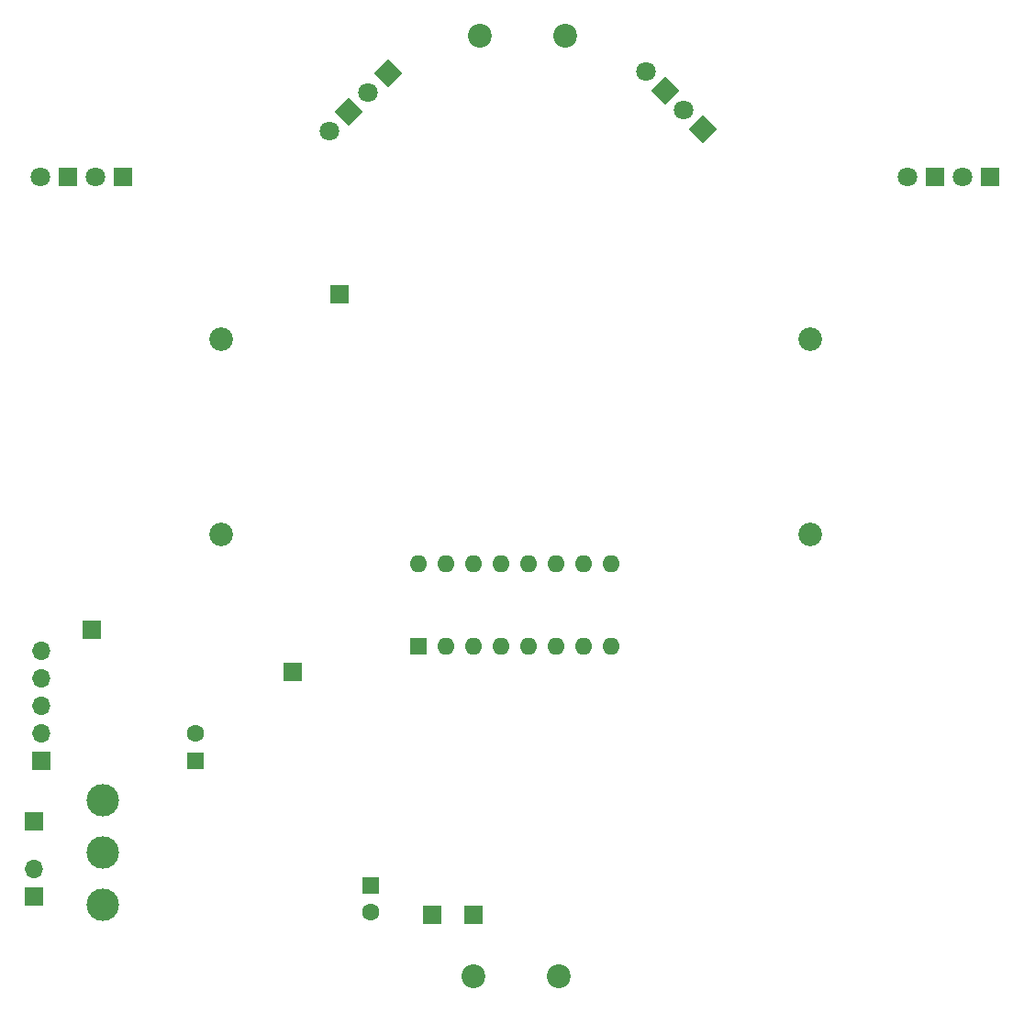
<source format=gbs>
G04 #@! TF.GenerationSoftware,KiCad,Pcbnew,9.0.2-2.fc42*
G04 #@! TF.CreationDate,2025-07-20T15:46:28-07:00*
G04 #@! TF.ProjectId,rezq_rev3,72657a71-5f72-4657-9633-2e6b69636164,rev?*
G04 #@! TF.SameCoordinates,Original*
G04 #@! TF.FileFunction,Soldermask,Bot*
G04 #@! TF.FilePolarity,Negative*
%FSLAX46Y46*%
G04 Gerber Fmt 4.6, Leading zero omitted, Abs format (unit mm)*
G04 Created by KiCad (PCBNEW 9.0.2-2.fc42) date 2025-07-20 15:46:28*
%MOMM*%
%LPD*%
G01*
G04 APERTURE LIST*
G04 Aperture macros list*
%AMRotRect*
0 Rectangle, with rotation*
0 The origin of the aperture is its center*
0 $1 length*
0 $2 width*
0 $3 Rotation angle, in degrees counterclockwise*
0 Add horizontal line*
21,1,$1,$2,0,0,$3*%
G04 Aperture macros list end*
%ADD10R,1.700000X1.700000*%
%ADD11C,2.200000*%
%ADD12C,2.184400*%
%ADD13C,3.000000*%
%ADD14O,1.700000X1.700000*%
%ADD15RotRect,1.800000X1.800000X135.000000*%
%ADD16C,1.800000*%
%ADD17RotRect,1.800000X1.800000X225.000000*%
%ADD18R,1.800000X1.800000*%
%ADD19R,1.600000X1.600000*%
%ADD20C,1.600000*%
%ADD21O,1.600000X1.600000*%
G04 APERTURE END LIST*
D10*
X195700000Y-186420000D03*
D11*
X195635300Y-192100000D03*
D12*
X172387600Y-133299200D03*
X172387600Y-151299200D03*
D13*
X161438000Y-185554000D03*
X161438000Y-180728000D03*
X161438000Y-175902000D03*
D10*
X155088000Y-184750000D03*
D14*
X155088000Y-182210000D03*
D15*
X213360000Y-110363000D03*
D16*
X211563949Y-108566949D03*
D17*
X184183000Y-112290000D03*
D16*
X182386949Y-114086051D03*
D11*
X204120000Y-105290000D03*
D10*
X155140000Y-177850000D03*
X191860000Y-186420000D03*
D18*
X158233600Y-118307200D03*
D16*
X155693600Y-118307200D03*
D10*
X179000000Y-164000000D03*
D19*
X186203000Y-183736621D03*
D20*
X186203000Y-186236621D03*
D11*
X196246000Y-105290000D03*
X203509300Y-192100000D03*
D19*
X190627000Y-161671000D03*
D21*
X193167000Y-161671000D03*
X195707000Y-161671000D03*
X198247000Y-161671000D03*
X200787000Y-161671000D03*
X203327000Y-161671000D03*
X205867000Y-161671000D03*
X208407000Y-161671000D03*
X208407000Y-154051000D03*
X205867000Y-154051000D03*
X203327000Y-154051000D03*
X200787000Y-154051000D03*
X198247000Y-154051000D03*
X195707000Y-154051000D03*
X193167000Y-154051000D03*
X190627000Y-154051000D03*
D19*
X169998000Y-172194000D03*
D20*
X169998000Y-169694000D03*
D18*
X243323600Y-118307200D03*
D16*
X240783600Y-118307200D03*
D17*
X187775102Y-108697897D03*
D16*
X185979051Y-110493948D03*
D10*
X155803600Y-172186600D03*
D14*
X155803600Y-169646600D03*
X155803600Y-167106600D03*
X155803600Y-164566600D03*
X155803600Y-162026600D03*
D12*
X226725100Y-151299200D03*
X226725100Y-133299200D03*
D10*
X183300000Y-129130000D03*
D18*
X238243600Y-118307200D03*
D16*
X235703600Y-118307200D03*
D15*
X216875888Y-113878889D03*
D16*
X215079837Y-112082838D03*
D18*
X163313600Y-118307200D03*
D16*
X160773600Y-118307200D03*
D10*
X160430000Y-160120000D03*
M02*

</source>
